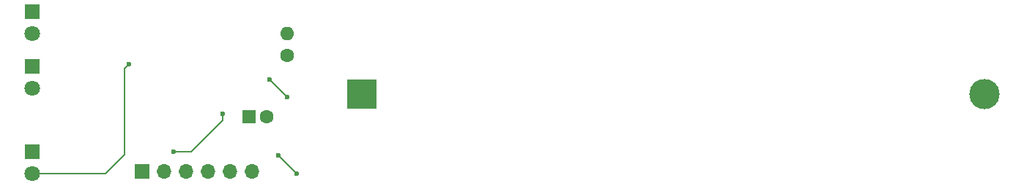
<source format=gbr>
%TF.GenerationSoftware,KiCad,Pcbnew,8.0.3-8.0.3-0~ubuntu20.04.1*%
%TF.CreationDate,2024-07-18T21:29:04-04:00*%
%TF.ProjectId,schematics,73636865-6d61-4746-9963-732e6b696361,rev?*%
%TF.SameCoordinates,Original*%
%TF.FileFunction,Copper,L2,Bot*%
%TF.FilePolarity,Positive*%
%FSLAX46Y46*%
G04 Gerber Fmt 4.6, Leading zero omitted, Abs format (unit mm)*
G04 Created by KiCad (PCBNEW 8.0.3-8.0.3-0~ubuntu20.04.1) date 2024-07-18 21:29:04*
%MOMM*%
%LPD*%
G01*
G04 APERTURE LIST*
%TA.AperFunction,ComponentPad*%
%ADD10C,1.600000*%
%TD*%
%TA.AperFunction,ComponentPad*%
%ADD11O,1.600000X1.600000*%
%TD*%
%TA.AperFunction,ComponentPad*%
%ADD12R,1.700000X1.700000*%
%TD*%
%TA.AperFunction,ComponentPad*%
%ADD13O,1.700000X1.700000*%
%TD*%
%TA.AperFunction,ComponentPad*%
%ADD14R,1.600000X1.600000*%
%TD*%
%TA.AperFunction,ComponentPad*%
%ADD15R,1.800000X1.800000*%
%TD*%
%TA.AperFunction,ComponentPad*%
%ADD16C,1.800000*%
%TD*%
%TA.AperFunction,ComponentPad*%
%ADD17R,3.500000X3.500000*%
%TD*%
%TA.AperFunction,ComponentPad*%
%ADD18C,3.500000*%
%TD*%
%TA.AperFunction,ViaPad*%
%ADD19C,0.600000*%
%TD*%
%TA.AperFunction,Conductor*%
%ADD20C,0.200000*%
%TD*%
G04 APERTURE END LIST*
D10*
%TO.P,R_C1,1*%
%TO.N,Net-(Q1-C)*%
X105664000Y-145034000D03*
D11*
%TO.P,R_C1,2*%
%TO.N,Net-(Q4-E)*%
X105664000Y-142494000D03*
%TD*%
D12*
%TO.P,J1,1,Pin_1*%
%TO.N,GND*%
X88900000Y-158496000D03*
D13*
%TO.P,J1,2,Pin_2*%
%TO.N,unconnected-(J1-Pin_2-Pad2)*%
X91440000Y-158496000D03*
%TO.P,J1,3,Pin_3*%
%TO.N,Net-(BT1-+)*%
X93980000Y-158496000D03*
%TO.P,J1,4,Pin_4*%
%TO.N,Net-(J1-Pin_4)*%
X96520000Y-158496000D03*
%TO.P,J1,5,Pin_5*%
%TO.N,Net-(J1-Pin_5)*%
X99060000Y-158496000D03*
%TO.P,J1,6,Pin_6*%
%TO.N,unconnected-(J1-Pin_6-Pad6)*%
X101600000Y-158496000D03*
%TD*%
D14*
%TO.P,C1,1*%
%TO.N,Net-(Q1-C)*%
X101279888Y-152146000D03*
D10*
%TO.P,C1,2*%
%TO.N,GND*%
X103279888Y-152146000D03*
%TD*%
D15*
%TO.P,D1,1,K*%
%TO.N,GND*%
X76200000Y-146324000D03*
D16*
%TO.P,D1,2,A*%
%TO.N,Net-(D1-A)*%
X76200000Y-148864000D03*
%TD*%
D15*
%TO.P,D2,1,K*%
%TO.N,GND*%
X76200000Y-139974000D03*
D16*
%TO.P,D2,2,A*%
%TO.N,Net-(D2-A)*%
X76200000Y-142514000D03*
%TD*%
D15*
%TO.P,Q3,1,C*%
%TO.N,VCC*%
X76200000Y-156230000D03*
D16*
%TO.P,Q3,2,E*%
%TO.N,Net-(Q3-E)*%
X76200000Y-158770000D03*
%TD*%
D17*
%TO.P,BT1,1,+*%
%TO.N,Net-(BT1-+)*%
X114300000Y-149500000D03*
D18*
%TO.P,BT1,2,-*%
%TO.N,GND*%
X186300000Y-149500000D03*
%TD*%
D19*
%TO.N,VCC*%
X92583000Y-156210000D03*
X98234500Y-151765000D03*
%TO.N,GND*%
X106778500Y-158778500D03*
X105664000Y-149860000D03*
X103632000Y-147828000D03*
X104648000Y-156591000D03*
%TO.N,Net-(Q3-E)*%
X87376000Y-146050000D03*
%TD*%
D20*
%TO.N,VCC*%
X98234500Y-151765000D02*
X98234500Y-152590500D01*
X98234500Y-152590500D02*
X94615000Y-156210000D01*
X94615000Y-156210000D02*
X92583000Y-156210000D01*
%TO.N,GND*%
X106778500Y-158778500D02*
X104648000Y-156648000D01*
X104648000Y-156648000D02*
X104648000Y-156591000D01*
X103632000Y-147828000D02*
X105664000Y-149860000D01*
%TO.N,Net-(Q3-E)*%
X86868000Y-156565600D02*
X86868000Y-146558000D01*
X76200000Y-158770000D02*
X84663600Y-158770000D01*
X84663600Y-158770000D02*
X86868000Y-156565600D01*
X86868000Y-146558000D02*
X87376000Y-146050000D01*
%TD*%
M02*

</source>
